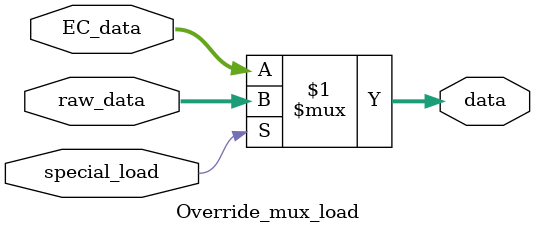
<source format=v>
module Override_mux_load(
input [31:0] raw_data,
input [31:0] EC_data,
input special_load,          
output [31:0] data
);

assign data = special_load ? raw_data : EC_data;

endmodule   
</source>
